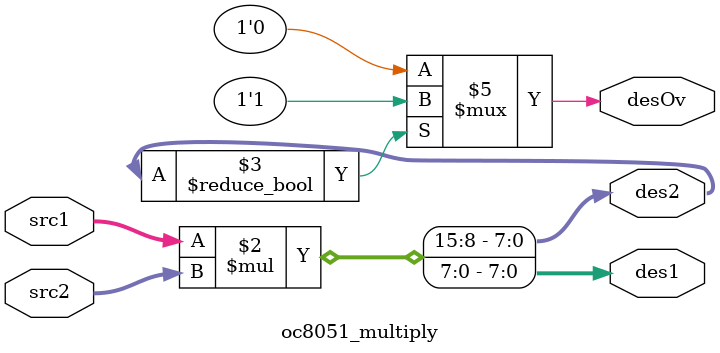
<source format=v>


`include "oc8051_timescale.v"
// synopsys translate_on


module oc8051_multiply (src1, src2, des1, des2, desOv);
//
// this module is part of alu
// src1         (in)  first operand
// src2         (in)  second operand
// des1         (out) first result
// des2         (out) second result
// desOv        (out) Overflow output
//

input [7:0] src1, src2;
output desOv;
output [7:0] des1, des2;
reg desOv; reg [7:0] des1, des2;

always @(src1 or src2)
begin
  {des2, des1} = src1* src2;
  if (des2!=8'b00000000)
    desOv = 1'b1;
  else
    desOv = 1'b0;
end

endmodule

</source>
